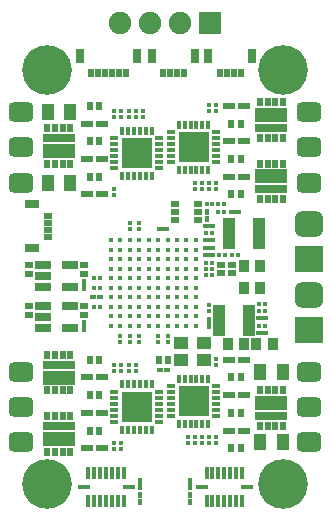
<source format=gbr>
G04*
G04 #@! TF.GenerationSoftware,Altium Limited,Altium Designer,24.8.2 (39)*
G04*
G04 Layer_Color=8388736*
%FSLAX25Y25*%
%MOIN*%
G70*
G04*
G04 #@! TF.SameCoordinates,F5A21F31-771D-4283-B627-84B0D88358AA*
G04*
G04*
G04 #@! TF.FilePolarity,Negative*
G04*
G01*
G75*
%ADD36R,0.04331X0.02559*%
%ADD37R,0.03012X0.01496*%
%ADD38R,0.01496X0.03012*%
%ADD39R,0.10433X0.10433*%
%ADD40R,0.01968X0.02756*%
%ADD41R,0.03150X0.04528*%
%ADD42R,0.03150X0.04528*%
%ADD43R,0.01969X0.02756*%
%ADD44R,0.01676X0.01851*%
%ADD45R,0.04528X0.03150*%
%ADD46R,0.02756X0.01969*%
%ADD47R,0.03150X0.02441*%
%ADD48R,0.04449X0.02205*%
%ADD49R,0.02362X0.03150*%
%ADD50R,0.10630X0.02756*%
%ADD51R,0.10630X0.04724*%
%ADD52R,0.05343X0.02717*%
%ADD53R,0.05413X0.02717*%
G04:AMPARAMS|DCode=54|XSize=22.21mil|YSize=27.56mil|CornerRadius=7.52mil|HoleSize=0mil|Usage=FLASHONLY|Rotation=90.000|XOffset=0mil|YOffset=0mil|HoleType=Round|Shape=RoundedRectangle|*
%AMROUNDEDRECTD54*
21,1,0.02221,0.01252,0,0,90.0*
21,1,0.00717,0.02756,0,0,90.0*
1,1,0.01504,0.00626,0.00358*
1,1,0.01504,0.00626,-0.00358*
1,1,0.01504,-0.00626,-0.00358*
1,1,0.01504,-0.00626,0.00358*
%
%ADD54ROUNDEDRECTD54*%
%ADD55R,0.03937X0.01772*%
%ADD56R,0.01772X0.03937*%
%ADD57R,0.01593X0.01676*%
%ADD58R,0.01975X0.02526*%
%ADD59R,0.04724X0.04331*%
%ADD60R,0.01851X0.01676*%
%ADD61R,0.04337X0.05715*%
%ADD62R,0.01676X0.01593*%
%ADD63C,0.01660*%
%ADD64R,0.02526X0.01975*%
%ADD65R,0.03543X0.04331*%
%ADD66R,0.07480X0.07480*%
%ADD67C,0.07480*%
%ADD68C,0.16535*%
G04:AMPARAMS|DCode=69|XSize=94.49mil|YSize=86.61mil|CornerRadius=23.62mil|HoleSize=0mil|Usage=FLASHONLY|Rotation=0.000|XOffset=0mil|YOffset=0mil|HoleType=Round|Shape=RoundedRectangle|*
%AMROUNDEDRECTD69*
21,1,0.09449,0.03937,0,0,0.0*
21,1,0.04724,0.08661,0,0,0.0*
1,1,0.04724,0.02362,-0.01968*
1,1,0.04724,-0.02362,-0.01968*
1,1,0.04724,-0.02362,0.01968*
1,1,0.04724,0.02362,0.01968*
%
%ADD69ROUNDEDRECTD69*%
%ADD70R,0.09449X0.08661*%
G04:AMPARAMS|DCode=71|XSize=82.68mil|YSize=66.93mil|CornerRadius=18.7mil|HoleSize=0mil|Usage=FLASHONLY|Rotation=0.000|XOffset=0mil|YOffset=0mil|HoleType=Round|Shape=RoundedRectangle|*
%AMROUNDEDRECTD71*
21,1,0.08268,0.02953,0,0,0.0*
21,1,0.04528,0.06693,0,0,0.0*
1,1,0.03740,0.02264,-0.01476*
1,1,0.03740,-0.02264,-0.01476*
1,1,0.03740,-0.02264,0.01476*
1,1,0.03740,0.02264,0.01476*
%
%ADD71ROUNDEDRECTD71*%
D36*
X82520Y91437D02*
D03*
Y93996D02*
D03*
Y96555D02*
D03*
Y99114D02*
D03*
X72599D02*
D03*
Y96555D02*
D03*
Y93996D02*
D03*
Y91437D02*
D03*
X78976Y69980D02*
D03*
Y67421D02*
D03*
Y64862D02*
D03*
Y62303D02*
D03*
X69055D02*
D03*
Y64862D02*
D03*
Y67421D02*
D03*
Y69980D02*
D03*
D37*
X53120Y128937D02*
D03*
Y126969D02*
D03*
Y125000D02*
D03*
Y123032D02*
D03*
Y121063D02*
D03*
Y119095D02*
D03*
X68140D02*
D03*
Y121063D02*
D03*
Y123032D02*
D03*
Y125000D02*
D03*
Y126969D02*
D03*
Y128937D02*
D03*
X34222Y32481D02*
D03*
Y34449D02*
D03*
Y36418D02*
D03*
Y38386D02*
D03*
Y40355D02*
D03*
Y42323D02*
D03*
X49242D02*
D03*
Y40355D02*
D03*
Y38386D02*
D03*
Y36418D02*
D03*
Y34449D02*
D03*
Y32481D02*
D03*
Y117126D02*
D03*
Y119094D02*
D03*
Y121063D02*
D03*
Y123031D02*
D03*
Y125000D02*
D03*
Y126968D02*
D03*
X34222D02*
D03*
Y125000D02*
D03*
Y123031D02*
D03*
Y121063D02*
D03*
Y119094D02*
D03*
Y117126D02*
D03*
X68140Y44291D02*
D03*
Y42323D02*
D03*
Y40354D02*
D03*
Y38386D02*
D03*
Y36417D02*
D03*
Y34449D02*
D03*
X53120D02*
D03*
Y36417D02*
D03*
Y38386D02*
D03*
Y40354D02*
D03*
Y42323D02*
D03*
Y44291D02*
D03*
D38*
X55709Y116506D02*
D03*
X57677D02*
D03*
X59646D02*
D03*
X61614D02*
D03*
X63583D02*
D03*
X65551D02*
D03*
Y131526D02*
D03*
X63583D02*
D03*
X61614D02*
D03*
X59646D02*
D03*
X57677D02*
D03*
X55709D02*
D03*
X46653Y29892D02*
D03*
X44685D02*
D03*
X42716D02*
D03*
X40748D02*
D03*
X38779D02*
D03*
X36811D02*
D03*
Y44912D02*
D03*
X38779D02*
D03*
X40748D02*
D03*
X42716D02*
D03*
X44685D02*
D03*
X46653D02*
D03*
Y129557D02*
D03*
X44685D02*
D03*
X42716D02*
D03*
X40748D02*
D03*
X38779D02*
D03*
X36811D02*
D03*
Y114537D02*
D03*
X38779D02*
D03*
X40748D02*
D03*
X42716D02*
D03*
X44685D02*
D03*
X46653D02*
D03*
X55709Y46880D02*
D03*
X57677D02*
D03*
X59646D02*
D03*
X61614D02*
D03*
X63583D02*
D03*
X65551D02*
D03*
Y31860D02*
D03*
X63583D02*
D03*
X61614D02*
D03*
X59646D02*
D03*
X57677D02*
D03*
X55709D02*
D03*
D39*
X60630Y124016D02*
D03*
X41732Y37402D02*
D03*
Y122047D02*
D03*
X60630Y39370D02*
D03*
D40*
X26378Y148868D02*
D03*
X28741D02*
D03*
X31102D02*
D03*
X33465D02*
D03*
X35827D02*
D03*
X38189D02*
D03*
D41*
X41929Y154281D02*
D03*
X22638D02*
D03*
D42*
X46654D02*
D03*
X61221D02*
D03*
X65551D02*
D03*
X80118D02*
D03*
D43*
X50393Y148868D02*
D03*
X52755D02*
D03*
X55119D02*
D03*
X57481D02*
D03*
X69291D02*
D03*
X71653D02*
D03*
X74016D02*
D03*
X76378D02*
D03*
D44*
X42913Y12891D02*
D03*
Y10731D02*
D03*
Y5810D02*
D03*
Y7970D02*
D03*
X65158Y100101D02*
D03*
Y102261D02*
D03*
X24016Y63290D02*
D03*
Y65450D02*
D03*
Y77070D02*
D03*
Y79230D02*
D03*
X59449Y10731D02*
D03*
Y12891D02*
D03*
Y7970D02*
D03*
Y5810D02*
D03*
X65748Y64274D02*
D03*
Y66434D02*
D03*
D45*
X6742Y90354D02*
D03*
Y104921D02*
D03*
D46*
X12155Y94094D02*
D03*
Y96456D02*
D03*
Y98819D02*
D03*
Y101181D02*
D03*
D47*
X54528Y104921D02*
D03*
Y102362D02*
D03*
Y99803D02*
D03*
X62008D02*
D03*
Y102362D02*
D03*
Y104921D02*
D03*
D48*
X72303Y137795D02*
D03*
X77303D02*
D03*
Y125984D02*
D03*
X72303D02*
D03*
Y114173D02*
D03*
X77303D02*
D03*
X25059Y23622D02*
D03*
X30059D02*
D03*
Y35433D02*
D03*
X25059D02*
D03*
Y47244D02*
D03*
X30059D02*
D03*
Y108268D02*
D03*
X25059D02*
D03*
Y120079D02*
D03*
X30059D02*
D03*
Y131890D02*
D03*
X25059D02*
D03*
X77303Y53150D02*
D03*
X72303D02*
D03*
Y41339D02*
D03*
X77303D02*
D03*
Y29528D02*
D03*
X72303D02*
D03*
D49*
X82776Y127165D02*
D03*
X85335D02*
D03*
X87894D02*
D03*
X90453D02*
D03*
Y138976D02*
D03*
X87894D02*
D03*
X85335D02*
D03*
X82776D02*
D03*
Y118504D02*
D03*
X85335D02*
D03*
X87894D02*
D03*
X90453D02*
D03*
Y106693D02*
D03*
X87894D02*
D03*
X85335D02*
D03*
X82776D02*
D03*
Y42913D02*
D03*
X85335D02*
D03*
X87894D02*
D03*
X90453D02*
D03*
Y31102D02*
D03*
X87894D02*
D03*
X85335D02*
D03*
X82776D02*
D03*
X19587Y22441D02*
D03*
X17028D02*
D03*
X14469D02*
D03*
X11909D02*
D03*
Y34252D02*
D03*
X14469D02*
D03*
X17028D02*
D03*
X19587D02*
D03*
Y54724D02*
D03*
X17028D02*
D03*
X14469D02*
D03*
X11909D02*
D03*
Y42913D02*
D03*
X14469D02*
D03*
X17028D02*
D03*
X19587D02*
D03*
Y118504D02*
D03*
X17028D02*
D03*
X14469D02*
D03*
X11909D02*
D03*
Y130315D02*
D03*
X14469D02*
D03*
X17028D02*
D03*
X19587D02*
D03*
D50*
X86615Y130433D02*
D03*
Y109961D02*
D03*
Y34370D02*
D03*
X15747Y30984D02*
D03*
Y51456D02*
D03*
Y127047D02*
D03*
D51*
X86615Y134725D02*
D03*
Y114253D02*
D03*
Y38662D02*
D03*
X15747Y26692D02*
D03*
Y47164D02*
D03*
Y122755D02*
D03*
D52*
X10419Y84842D02*
D03*
Y81102D02*
D03*
Y77362D02*
D03*
Y63583D02*
D03*
Y67323D02*
D03*
Y71063D02*
D03*
D53*
X19503Y77362D02*
D03*
Y84842D02*
D03*
Y71063D02*
D03*
Y63583D02*
D03*
D54*
X73425Y82185D02*
D03*
X69882Y84744D02*
D03*
Y82185D02*
D03*
X73425Y84744D02*
D03*
D55*
X63327Y10827D02*
D03*
X78405D02*
D03*
X39035D02*
D03*
X23957D02*
D03*
D56*
X64969Y6103D02*
D03*
X66937D02*
D03*
X68906D02*
D03*
X70874D02*
D03*
X72843D02*
D03*
X74811D02*
D03*
X76780D02*
D03*
Y15551D02*
D03*
X74811D02*
D03*
X72843D02*
D03*
X70874D02*
D03*
X68906D02*
D03*
X66937D02*
D03*
X64969D02*
D03*
X25599D02*
D03*
X27567D02*
D03*
X29536D02*
D03*
X31504D02*
D03*
X33473D02*
D03*
X35441D02*
D03*
X37410D02*
D03*
Y6103D02*
D03*
X35441D02*
D03*
X33473D02*
D03*
X31504D02*
D03*
X29536D02*
D03*
X27567D02*
D03*
X25599D02*
D03*
D57*
X84416Y64567D02*
D03*
X82514D02*
D03*
X66699Y85433D02*
D03*
X64797D02*
D03*
X66699Y83465D02*
D03*
X64797D02*
D03*
X66699Y81496D02*
D03*
X64797D02*
D03*
X84416Y71653D02*
D03*
X82514D02*
D03*
X64994Y104921D02*
D03*
X66896D02*
D03*
X70833Y102362D02*
D03*
X68931D02*
D03*
Y104921D02*
D03*
X70833D02*
D03*
X66699Y95276D02*
D03*
X64797D02*
D03*
X73458Y88189D02*
D03*
X75361D02*
D03*
X84416Y69291D02*
D03*
X82514D02*
D03*
X69128Y88189D02*
D03*
X71030D02*
D03*
X29298Y77165D02*
D03*
X27395D02*
D03*
X29298Y80315D02*
D03*
X27395D02*
D03*
X29298Y70866D02*
D03*
X27395D02*
D03*
D58*
X29134Y114173D02*
D03*
X25984D02*
D03*
X29134Y137795D02*
D03*
X25984D02*
D03*
X29134Y125984D02*
D03*
X25984D02*
D03*
X73228Y120079D02*
D03*
X76378D02*
D03*
X73228Y131890D02*
D03*
X76378D02*
D03*
X73228Y108268D02*
D03*
X76378D02*
D03*
Y23622D02*
D03*
X73228D02*
D03*
X76378Y35433D02*
D03*
X73228D02*
D03*
X76378Y47244D02*
D03*
X73228D02*
D03*
X25984Y53150D02*
D03*
X29134D02*
D03*
X25984Y41339D02*
D03*
X29134D02*
D03*
X25984Y29528D02*
D03*
X29134D02*
D03*
X52165Y52953D02*
D03*
X49016D02*
D03*
D59*
X56496Y52952D02*
D03*
X63976D02*
D03*
Y58859D02*
D03*
X56496D02*
D03*
D60*
X64668Y90551D02*
D03*
X66828D02*
D03*
X51474Y96850D02*
D03*
X49314D02*
D03*
X73329Y102362D02*
D03*
X75489D02*
D03*
X84545Y62205D02*
D03*
X82385D02*
D03*
X84545Y66929D02*
D03*
X82385D02*
D03*
X64668Y97638D02*
D03*
X66828D02*
D03*
X64668Y92913D02*
D03*
X66828D02*
D03*
X29427Y74016D02*
D03*
X27266D02*
D03*
X49511Y49606D02*
D03*
X51671D02*
D03*
X66828Y88189D02*
D03*
X64668D02*
D03*
D61*
X82874Y49213D02*
D03*
X90354D02*
D03*
X82874Y25591D02*
D03*
X90354D02*
D03*
X12007Y135827D02*
D03*
X19488D02*
D03*
X12008Y112205D02*
D03*
X19488D02*
D03*
D62*
X34252Y110006D02*
D03*
Y108104D02*
D03*
X61024Y111975D02*
D03*
Y110073D02*
D03*
X63386Y111975D02*
D03*
Y110073D02*
D03*
X65748Y111975D02*
D03*
Y110073D02*
D03*
X34252Y25361D02*
D03*
Y23458D02*
D03*
X42520Y60990D02*
D03*
Y59088D02*
D03*
X39370Y60990D02*
D03*
Y59088D02*
D03*
X36220Y60990D02*
D03*
Y59088D02*
D03*
X39370Y96687D02*
D03*
Y98589D02*
D03*
X42520Y96687D02*
D03*
Y98589D02*
D03*
X48819Y60990D02*
D03*
Y59088D02*
D03*
X51968Y60990D02*
D03*
Y59088D02*
D03*
X58661Y25427D02*
D03*
Y27329D02*
D03*
X63386Y25427D02*
D03*
Y27329D02*
D03*
X41339Y135990D02*
D03*
Y134088D02*
D03*
Y51345D02*
D03*
Y49443D02*
D03*
X36614Y51345D02*
D03*
Y49443D02*
D03*
X65748Y25427D02*
D03*
Y27329D02*
D03*
X68110Y53313D02*
D03*
Y51411D02*
D03*
X34252Y135990D02*
D03*
Y134088D02*
D03*
Y51345D02*
D03*
Y49443D02*
D03*
X36614Y23458D02*
D03*
Y25361D02*
D03*
X68110Y137959D02*
D03*
Y136057D02*
D03*
X61024Y25427D02*
D03*
Y27329D02*
D03*
X43701Y135990D02*
D03*
Y134088D02*
D03*
X38976Y135990D02*
D03*
Y134088D02*
D03*
Y51345D02*
D03*
Y49443D02*
D03*
X68110Y25427D02*
D03*
Y27329D02*
D03*
X36614Y135990D02*
D03*
Y134088D02*
D03*
X68110Y110073D02*
D03*
Y111975D02*
D03*
X65748Y137959D02*
D03*
Y136057D02*
D03*
Y69521D02*
D03*
Y71423D02*
D03*
D63*
X61417Y64567D02*
D03*
X58268D02*
D03*
X55118D02*
D03*
X51968D02*
D03*
X48819D02*
D03*
X45669D02*
D03*
X42520D02*
D03*
X39370D02*
D03*
X36220D02*
D03*
X33071D02*
D03*
X61417Y67716D02*
D03*
X58268D02*
D03*
X55118D02*
D03*
X51968D02*
D03*
X48819D02*
D03*
X45669D02*
D03*
X42520D02*
D03*
X39370D02*
D03*
X36220D02*
D03*
X33071D02*
D03*
X61417Y70866D02*
D03*
X58268D02*
D03*
X55118D02*
D03*
X51968D02*
D03*
X48819D02*
D03*
X45669D02*
D03*
X42520D02*
D03*
X39370D02*
D03*
X36220D02*
D03*
X33071D02*
D03*
X61417Y74016D02*
D03*
X58268D02*
D03*
X55118D02*
D03*
X51968D02*
D03*
X48819D02*
D03*
X45669D02*
D03*
X42520D02*
D03*
X39370D02*
D03*
X36220D02*
D03*
X33071D02*
D03*
X61417Y77165D02*
D03*
X58268D02*
D03*
X55118D02*
D03*
X51968D02*
D03*
X48819D02*
D03*
X45669D02*
D03*
X42520D02*
D03*
X39370D02*
D03*
X36220D02*
D03*
X33071D02*
D03*
X61417Y80315D02*
D03*
X58268D02*
D03*
X55118D02*
D03*
X51968D02*
D03*
X48819D02*
D03*
X45669D02*
D03*
X42520D02*
D03*
X39370D02*
D03*
X36220D02*
D03*
X33071D02*
D03*
X61417Y83464D02*
D03*
X58268D02*
D03*
X55118D02*
D03*
X51968D02*
D03*
X48819D02*
D03*
X45669D02*
D03*
X42520D02*
D03*
X39370D02*
D03*
X36220D02*
D03*
X33071D02*
D03*
X61417Y86614D02*
D03*
X58268D02*
D03*
X55118D02*
D03*
X51968D02*
D03*
X48819D02*
D03*
X45669D02*
D03*
X42520D02*
D03*
X39370D02*
D03*
X36220D02*
D03*
X33071D02*
D03*
X61417Y89764D02*
D03*
X58268D02*
D03*
X55118D02*
D03*
X51968D02*
D03*
X48819D02*
D03*
X45669D02*
D03*
X42520D02*
D03*
X39370D02*
D03*
X36220D02*
D03*
X33071D02*
D03*
X61417Y92913D02*
D03*
X58268D02*
D03*
X55118D02*
D03*
X51968D02*
D03*
X48819D02*
D03*
X45669D02*
D03*
X42520D02*
D03*
X39370D02*
D03*
X36220D02*
D03*
X33071D02*
D03*
D64*
X24016Y71063D02*
D03*
Y67913D02*
D03*
Y84842D02*
D03*
Y81693D02*
D03*
X5906Y71063D02*
D03*
Y67913D02*
D03*
Y84842D02*
D03*
Y81693D02*
D03*
D65*
X82874Y76968D02*
D03*
X77362D02*
D03*
X81496Y58268D02*
D03*
X87008D02*
D03*
X77559D02*
D03*
X72047D02*
D03*
X82874Y84449D02*
D03*
X77362D02*
D03*
D66*
X66181Y165354D02*
D03*
D67*
X56181D02*
D03*
X46181D02*
D03*
X36181D02*
D03*
D68*
X11811Y149606D02*
D03*
X90551D02*
D03*
X11811Y11811D02*
D03*
X90551D02*
D03*
D69*
X99213Y98425D02*
D03*
Y74803D02*
D03*
D70*
Y86614D02*
D03*
Y62992D02*
D03*
D71*
X3150Y124016D02*
D03*
Y112205D02*
D03*
Y135827D02*
D03*
Y25591D02*
D03*
Y49213D02*
D03*
Y37402D02*
D03*
X99213Y124016D02*
D03*
Y135827D02*
D03*
Y112205D02*
D03*
Y49213D02*
D03*
Y25591D02*
D03*
Y37402D02*
D03*
M02*

</source>
